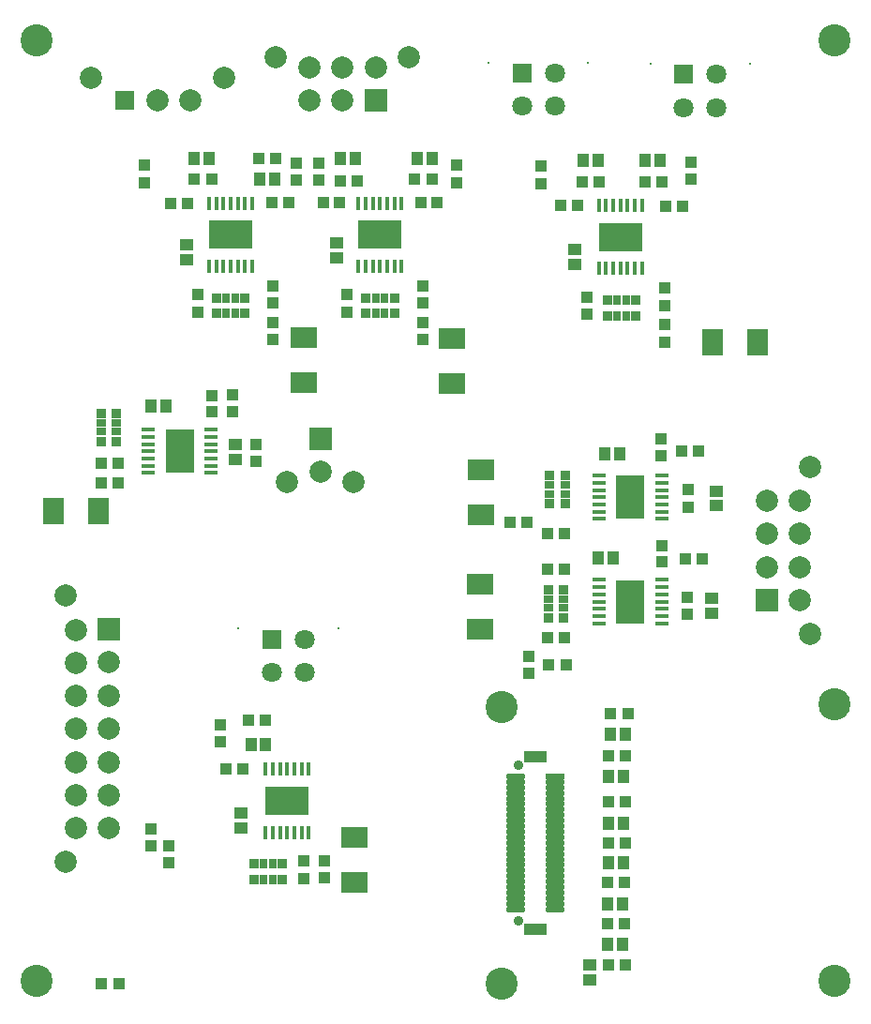
<source format=gts>
G04*
G04 #@! TF.GenerationSoftware,Altium Limited,Altium Designer,19.1.8 (144)*
G04*
G04 Layer_Color=8388736*
%FSLAX25Y25*%
%MOIN*%
G70*
G01*
G75*
%ADD17R,0.05158X0.01772*%
%ADD26R,0.01772X0.05158*%
%ADD32R,0.04537X0.04143*%
%ADD33R,0.04143X0.04537*%
%ADD34R,0.10433X0.15748*%
%ADD35R,0.07887X0.03950*%
%ADD36O,0.07099X0.01981*%
%ADD37R,0.07099X0.01981*%
%ADD38R,0.04147X0.04147*%
%ADD39R,0.04147X0.04147*%
%ADD40R,0.07800X0.09300*%
%ADD41R,0.03556X0.03320*%
%ADD42R,0.03556X0.02769*%
%ADD43R,0.15748X0.10433*%
%ADD44R,0.03950X0.03950*%
%ADD45R,0.03950X0.03950*%
%ADD46R,0.03320X0.03556*%
%ADD47R,0.02769X0.03556*%
%ADD48R,0.09300X0.07800*%
%ADD49C,0.03556*%
%ADD50R,0.07887X0.07887*%
%ADD51C,0.07887*%
%ADD52C,0.11430*%
%ADD53R,0.07099X0.07099*%
%ADD54C,0.00800*%
%ADD55C,0.07099*%
%ADD56R,0.07099X0.07099*%
%ADD57R,0.07887X0.07887*%
D17*
X209646Y189567D02*
D03*
Y187008D02*
D03*
Y184449D02*
D03*
Y181890D02*
D03*
Y179331D02*
D03*
Y176772D02*
D03*
Y174213D02*
D03*
X232087D02*
D03*
Y176772D02*
D03*
Y179331D02*
D03*
Y181890D02*
D03*
Y184449D02*
D03*
Y187008D02*
D03*
Y189567D02*
D03*
X209646Y152508D02*
D03*
Y149949D02*
D03*
Y147390D02*
D03*
Y144831D02*
D03*
Y142272D02*
D03*
Y139713D02*
D03*
Y137154D02*
D03*
X232087D02*
D03*
Y139713D02*
D03*
Y142272D02*
D03*
Y144831D02*
D03*
Y147390D02*
D03*
Y149949D02*
D03*
Y152508D02*
D03*
X71850Y205883D02*
D03*
Y203323D02*
D03*
Y200764D02*
D03*
Y198205D02*
D03*
Y195646D02*
D03*
Y193087D02*
D03*
Y190528D02*
D03*
X49409D02*
D03*
Y193087D02*
D03*
Y195646D02*
D03*
Y198205D02*
D03*
Y200764D02*
D03*
Y203323D02*
D03*
Y205883D02*
D03*
D26*
X124213Y263976D02*
D03*
X126772D02*
D03*
X129331D02*
D03*
X131890D02*
D03*
X134449D02*
D03*
X137008D02*
D03*
X139567D02*
D03*
Y286417D02*
D03*
X137008D02*
D03*
X134449D02*
D03*
X131890D02*
D03*
X129331D02*
D03*
X126772D02*
D03*
X124213D02*
D03*
X91142Y62795D02*
D03*
X93701D02*
D03*
X96260D02*
D03*
X98819D02*
D03*
X101378D02*
D03*
X103937D02*
D03*
X106496D02*
D03*
Y85236D02*
D03*
X103937D02*
D03*
X101378D02*
D03*
X98819D02*
D03*
X96260D02*
D03*
X93701D02*
D03*
X91142D02*
D03*
X209646Y263189D02*
D03*
X212205D02*
D03*
X214764D02*
D03*
X217323D02*
D03*
X219882D02*
D03*
X222441D02*
D03*
X225000D02*
D03*
Y285630D02*
D03*
X222441D02*
D03*
X219882D02*
D03*
X217323D02*
D03*
X214764D02*
D03*
X212205D02*
D03*
X209646D02*
D03*
X71063Y286417D02*
D03*
X73622D02*
D03*
X76181D02*
D03*
X78740D02*
D03*
X81299D02*
D03*
X83858D02*
D03*
X86417D02*
D03*
Y263976D02*
D03*
X83858D02*
D03*
X81299D02*
D03*
X78740D02*
D03*
X76181D02*
D03*
X73622D02*
D03*
X71063D02*
D03*
D32*
X201181Y264665D02*
D03*
Y269980D02*
D03*
X82284Y64272D02*
D03*
Y69587D02*
D03*
X251575Y178839D02*
D03*
Y184153D02*
D03*
X249606Y140650D02*
D03*
Y145965D02*
D03*
X80315Y195374D02*
D03*
Y200689D02*
D03*
X62992Y266240D02*
D03*
Y271555D02*
D03*
X116535Y266929D02*
D03*
Y272244D02*
D03*
X206299Y10335D02*
D03*
Y15650D02*
D03*
D33*
X211910Y197244D02*
D03*
X217224D02*
D03*
X209547Y160236D02*
D03*
X214862D02*
D03*
X117815Y302362D02*
D03*
X123130D02*
D03*
X85925Y94095D02*
D03*
X91240D02*
D03*
X94390Y294882D02*
D03*
X89075D02*
D03*
X150295Y302362D02*
D03*
X144980D02*
D03*
X231398Y301575D02*
D03*
X226083D02*
D03*
X204035D02*
D03*
X209350D02*
D03*
X65847Y302362D02*
D03*
X71161D02*
D03*
X218406Y66142D02*
D03*
X213090D02*
D03*
X219193Y97638D02*
D03*
X213878D02*
D03*
X218504Y82677D02*
D03*
X213189D02*
D03*
X218406Y51968D02*
D03*
X213090D02*
D03*
X218012Y37402D02*
D03*
X212697D02*
D03*
X218012Y22835D02*
D03*
X212697D02*
D03*
X55807Y214173D02*
D03*
X50492D02*
D03*
D34*
X220866Y181890D02*
D03*
Y144831D02*
D03*
X60630Y198205D02*
D03*
D35*
X187008Y89764D02*
D03*
Y28346D02*
D03*
D36*
X179921Y82677D02*
D03*
Y80709D02*
D03*
Y78740D02*
D03*
Y76772D02*
D03*
Y74803D02*
D03*
Y72835D02*
D03*
Y70866D02*
D03*
Y68898D02*
D03*
Y66929D02*
D03*
Y64961D02*
D03*
Y62992D02*
D03*
Y61024D02*
D03*
Y59055D02*
D03*
Y57087D02*
D03*
Y55118D02*
D03*
Y53150D02*
D03*
Y51181D02*
D03*
Y49213D02*
D03*
Y47244D02*
D03*
Y45276D02*
D03*
Y43307D02*
D03*
Y41339D02*
D03*
Y39370D02*
D03*
Y37402D02*
D03*
Y35433D02*
D03*
X194095D02*
D03*
Y37402D02*
D03*
Y39370D02*
D03*
Y41339D02*
D03*
Y43307D02*
D03*
Y45276D02*
D03*
Y47244D02*
D03*
Y49213D02*
D03*
Y51181D02*
D03*
Y53150D02*
D03*
Y55118D02*
D03*
Y57087D02*
D03*
Y59055D02*
D03*
Y61024D02*
D03*
Y62992D02*
D03*
Y64961D02*
D03*
Y66929D02*
D03*
Y68898D02*
D03*
Y70866D02*
D03*
Y72835D02*
D03*
Y74803D02*
D03*
Y76772D02*
D03*
Y78740D02*
D03*
Y80709D02*
D03*
D37*
Y82677D02*
D03*
D38*
X191437Y131906D02*
D03*
X197539D02*
D03*
X191831Y122441D02*
D03*
X197933D02*
D03*
X197539Y168898D02*
D03*
X191437D02*
D03*
Y156299D02*
D03*
X197539D02*
D03*
X85138Y102756D02*
D03*
X91240D02*
D03*
X245177Y198425D02*
D03*
X239075D02*
D03*
X246358Y159843D02*
D03*
X240256D02*
D03*
X38878Y187008D02*
D03*
X32776D02*
D03*
Y194095D02*
D03*
X38878D02*
D03*
X94784Y302362D02*
D03*
X88681D02*
D03*
X150295Y294882D02*
D03*
X144193D02*
D03*
X232185Y294094D02*
D03*
X226083D02*
D03*
X203642D02*
D03*
X209744D02*
D03*
X65847Y294882D02*
D03*
X71949D02*
D03*
X219193Y73622D02*
D03*
X213090D02*
D03*
X219980Y105118D02*
D03*
X213878D02*
D03*
X219193Y90158D02*
D03*
X213090D02*
D03*
X219193Y59055D02*
D03*
X213090D02*
D03*
X218799Y44899D02*
D03*
X212697D02*
D03*
X218799Y30315D02*
D03*
X212697D02*
D03*
X219210Y15748D02*
D03*
X213107D02*
D03*
X184153Y172835D02*
D03*
X178051D02*
D03*
X123917Y294488D02*
D03*
X117815D02*
D03*
X32874Y9055D02*
D03*
X38976D02*
D03*
D39*
X184646Y119390D02*
D03*
Y125492D02*
D03*
X233071Y250098D02*
D03*
Y256201D02*
D03*
Y243209D02*
D03*
Y237106D02*
D03*
X50394Y57972D02*
D03*
Y64075D02*
D03*
X75197Y101083D02*
D03*
Y94980D02*
D03*
X104724Y46457D02*
D03*
Y52559D02*
D03*
X112205Y52658D02*
D03*
Y46555D02*
D03*
X241339Y178445D02*
D03*
Y184547D02*
D03*
X240945Y140256D02*
D03*
Y146358D02*
D03*
X87795Y194587D02*
D03*
Y200689D02*
D03*
X79528Y212303D02*
D03*
Y218406D02*
D03*
X242520Y301083D02*
D03*
Y294980D02*
D03*
X188976Y299508D02*
D03*
Y293406D02*
D03*
X147244Y250886D02*
D03*
Y256988D02*
D03*
Y243996D02*
D03*
Y237894D02*
D03*
X120079Y247736D02*
D03*
Y253839D02*
D03*
X110236Y300689D02*
D03*
Y294587D02*
D03*
X101969Y300689D02*
D03*
Y294587D02*
D03*
X93701Y250886D02*
D03*
Y256988D02*
D03*
Y243996D02*
D03*
Y237894D02*
D03*
X48031Y299902D02*
D03*
Y293799D02*
D03*
X66929Y253839D02*
D03*
Y247736D02*
D03*
X159055Y293799D02*
D03*
Y299902D02*
D03*
X205512Y253051D02*
D03*
Y246949D02*
D03*
D40*
X265957Y237106D02*
D03*
X249957D02*
D03*
X15890Y177165D02*
D03*
X31890D02*
D03*
D41*
X191732Y149134D02*
D03*
Y139055D02*
D03*
X197244Y149134D02*
D03*
Y139055D02*
D03*
X38189Y201732D02*
D03*
Y211811D02*
D03*
X32677Y201732D02*
D03*
Y211811D02*
D03*
X197638Y179606D02*
D03*
Y189685D02*
D03*
X192126Y179606D02*
D03*
Y189685D02*
D03*
D42*
X191732Y145669D02*
D03*
Y142520D02*
D03*
X197244Y145669D02*
D03*
Y142520D02*
D03*
X38189Y205197D02*
D03*
Y208347D02*
D03*
X32677Y205197D02*
D03*
Y208347D02*
D03*
X197638Y183071D02*
D03*
Y186221D02*
D03*
X192126Y183071D02*
D03*
Y186221D02*
D03*
D43*
X131890Y275197D02*
D03*
X98819Y74016D02*
D03*
X217323Y274410D02*
D03*
X78740Y275197D02*
D03*
D44*
X56693Y57874D02*
D03*
Y51968D02*
D03*
X231850Y196653D02*
D03*
Y202559D02*
D03*
X232244Y158858D02*
D03*
Y164764D02*
D03*
X72047Y212205D02*
D03*
Y218110D02*
D03*
D45*
X83071Y85433D02*
D03*
X77165D02*
D03*
X117520Y286575D02*
D03*
X111614D02*
D03*
X146260Y286653D02*
D03*
X152165D02*
D03*
X201969Y285827D02*
D03*
X196063D02*
D03*
X233465Y285433D02*
D03*
X239370D02*
D03*
X93504Y286653D02*
D03*
X99410D02*
D03*
X63386Y286221D02*
D03*
X57480D02*
D03*
D46*
X87087Y46063D02*
D03*
X97165D02*
D03*
X87087Y51575D02*
D03*
X97165D02*
D03*
X126850Y247244D02*
D03*
X136929D02*
D03*
X126850Y252756D02*
D03*
X136929D02*
D03*
X73701Y247244D02*
D03*
X83780D02*
D03*
X73701Y252756D02*
D03*
X83780D02*
D03*
X222756Y251969D02*
D03*
X212677D02*
D03*
X222756Y246457D02*
D03*
X212677D02*
D03*
D47*
X90551Y46063D02*
D03*
X93701D02*
D03*
X90551Y51575D02*
D03*
X93701D02*
D03*
X130315Y247244D02*
D03*
X133465D02*
D03*
X130315Y252756D02*
D03*
X133465D02*
D03*
X77165Y247244D02*
D03*
X80315D02*
D03*
X77165Y252756D02*
D03*
X80315D02*
D03*
X219291Y251969D02*
D03*
X216142D02*
D03*
X219291Y246457D02*
D03*
X216142D02*
D03*
D48*
X157480Y222331D02*
D03*
Y238331D02*
D03*
X104724Y222583D02*
D03*
Y238583D02*
D03*
X122835Y45024D02*
D03*
Y61024D02*
D03*
X167717Y175591D02*
D03*
Y191591D02*
D03*
X167323Y135039D02*
D03*
Y151039D02*
D03*
D49*
X181102Y86811D02*
D03*
Y31299D02*
D03*
D50*
X110630Y202756D02*
D03*
X130315Y322835D02*
D03*
D51*
X110630Y190945D02*
D03*
X122441Y187244D02*
D03*
X98819D02*
D03*
X29134Y331102D02*
D03*
X52756Y322835D02*
D03*
X64567D02*
D03*
X76378Y331102D02*
D03*
X142126Y338347D02*
D03*
X94882D02*
D03*
X118504Y322835D02*
D03*
X106693D02*
D03*
X130315Y334646D02*
D03*
X118504D02*
D03*
X106693D02*
D03*
X281102Y180709D02*
D03*
Y168898D02*
D03*
Y157087D02*
D03*
Y145276D02*
D03*
X269291Y180709D02*
D03*
Y168898D02*
D03*
Y157087D02*
D03*
X284803Y192520D02*
D03*
Y133465D02*
D03*
X23622Y64173D02*
D03*
Y75984D02*
D03*
Y111417D02*
D03*
X35433Y87795D02*
D03*
X23622Y122835D02*
D03*
Y134646D02*
D03*
X35433Y64173D02*
D03*
Y75984D02*
D03*
Y99606D02*
D03*
Y111417D02*
D03*
Y123228D02*
D03*
X19921Y52362D02*
D03*
Y146850D02*
D03*
X23622Y99606D02*
D03*
Y87795D02*
D03*
D52*
X9843Y9843D02*
D03*
X293307Y344488D02*
D03*
X9843D02*
D03*
X175197Y107480D02*
D03*
X293307Y108268D02*
D03*
X175197Y9055D02*
D03*
X293307Y9843D02*
D03*
D53*
X40945Y322835D02*
D03*
D54*
X116929Y135197D02*
D03*
X81496Y135197D02*
D03*
X205906Y336378D02*
D03*
X170472Y336378D02*
D03*
X263386Y335984D02*
D03*
X227953Y335984D02*
D03*
D55*
X93307Y119685D02*
D03*
X105118D02*
D03*
Y131496D02*
D03*
X182283Y320866D02*
D03*
X194095D02*
D03*
Y332677D02*
D03*
X239764Y320472D02*
D03*
X251575D02*
D03*
Y332283D02*
D03*
D56*
X93307Y131496D02*
D03*
X182283Y332677D02*
D03*
X239764Y332283D02*
D03*
D57*
X269291Y145276D02*
D03*
X35433Y135039D02*
D03*
M02*

</source>
